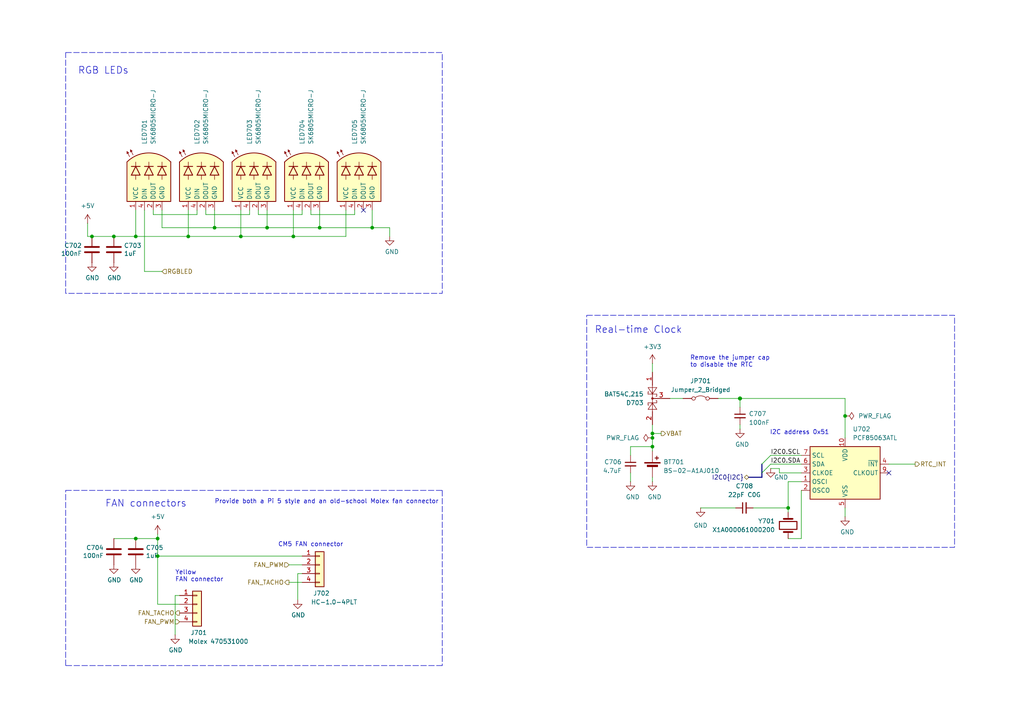
<source format=kicad_sch>
(kicad_sch (version 20231120) (generator "eeschema") (generator_version "8.0")
  (paper "A4")
  (title_block (title "HALPI2") (date "2025-01-03") (rev "v0.0.1") (company "Hat Labs Oy") (comment 1 "https://creativecommons.org/licenses/by/4.0") (comment 2 "To view a copy of this license, visit ") (comment 3 "HALPI2 is licensed under CC BY 4.0."))
  (lib_symbols
    (symbol "Connector_Generic:Conn_01x04" (pin_names (offset 1.016) hide)
      (property "Reference" "J" (at 0 5.08 0))
      (property "Value" "Conn_01x04" (at 0 -7.62 0))
      (symbol "Conn_01x04_1_1"
        (rectangle (start -1.27 -4.953) (end 0 -5.207) (stroke (width 0.1524)))
        (rectangle (start -1.27 -2.413) (end 0 -2.667) (stroke (width 0.1524)))
        (rectangle (start -1.27 0.127) (end 0 -0.127) (stroke (width 0.1524)))
        (rectangle (start -1.27 2.667) (end 0 2.413) (stroke (width 0.1524)))
        (rectangle (start -1.27 3.81) (end 1.27 -6.35) (stroke (width 0.254)) (fill (type background)))
        (pin passive line (at -5.08 2.54 0) (length 3.81) (name "Pin_1") (number "1"))
        (pin passive line (at -5.08 0 0) (length 3.81) (name "Pin_2") (number "2"))
        (pin passive line (at -5.08 -2.54 0) (length 3.81) (name "Pin_3") (number "3"))
        (pin passive line (at -5.08 -5.08 0) (length 3.81) (name "Pin_4") (number "4"))
      )
    )
    (symbol "Device:Battery_Cell" (pin_numbers hide) (pin_names (offset 0) hide)
      (property "Reference" "BT" (at 2.54 2.54 0))
      (property "Value" "Battery_Cell" (at 2.54 0 0))
      (symbol "Battery_Cell_0_1"
        (rectangle (start -2.286 1.778) (end 2.286 1.524) (fill (type outline)))
        (rectangle (start -1.524 1.016) (end 1.524 0.508) (fill (type outline)))
        (polyline (pts (xy 0 0.762) (xy 0 0)))
        (polyline (pts (xy 0 1.778) (xy 0 2.54)))
        (polyline (pts (xy 0.762 3.048) (xy 1.778 3.048)) (stroke (width 0.254)))
        (polyline (pts (xy 1.27 3.556) (xy 1.27 2.54)) (stroke (width 0.254)))
      )
      (symbol "Battery_Cell_1_1"
        (pin passive line (at 0 5.08 270) (length 2.54) (name "+") (number "1"))
        (pin passive line (at 0 -2.54 90) (length 2.54) (name "-") (number "2"))
      )
    )
    (symbol "Device:C" (pin_numbers hide) (pin_names (offset 0.254))
      (property "Reference" "C" (at 0.635 2.54 0))
      (property "Value" "C" (at 0.635 -2.54 0))
      (symbol "C_0_1"
        (polyline (pts (xy -2.032 -0.762) (xy 2.032 -0.762)) (stroke (width 0.508)))
        (polyline (pts (xy -2.032 0.762) (xy 2.032 0.762)) (stroke (width 0.508)))
      )
      (symbol "C_1_1"
        (pin passive line (at 0 3.81 270) (length 2.794) (name "~") (number "1"))
        (pin passive line (at 0 -3.81 90) (length 2.794) (name "~") (number "2"))
      )
    )
    (symbol "Device:C_Small" (pin_numbers hide) (pin_names (offset 0.254) hide)
      (property "Reference" "C" (at 0.254 1.778 0))
      (property "Value" "C_Small" (at 0.254 -2.032 0))
      (symbol "C_Small_0_1"
        (polyline (pts (xy -1.524 -0.508) (xy 1.524 -0.508)) (stroke (width 0.3302)))
        (polyline (pts (xy -1.524 0.508) (xy 1.524 0.508)) (stroke (width 0.3048)))
      )
      (symbol "C_Small_1_1"
        (pin passive line (at 0 2.54 270) (length 2.032) (name "~") (number "1"))
        (pin passive line (at 0 -2.54 90) (length 2.032) (name "~") (number "2"))
      )
    )
    (symbol "Device:Crystal" (pin_numbers hide) (pin_names (offset 1.016) hide)
      (property "Reference" "Y" (at 0 3.81 0))
      (property "Value" "Crystal" (at 0 -3.81 0))
      (symbol "Crystal_0_1"
        (rectangle (start -1.143 2.54) (end 1.143 -2.54) (stroke (width 0.3048)))
        (polyline (pts (xy -2.54 0) (xy -1.905 0)))
        (polyline (pts (xy -1.905 -1.27) (xy -1.905 1.27)) (stroke (width 0.508)))
        (polyline (pts (xy 1.905 -1.27) (xy 1.905 1.27)) (stroke (width 0.508)))
        (polyline (pts (xy 2.54 0) (xy 1.905 0)))
      )
      (symbol "Crystal_1_1"
        (pin passive line (at -3.81 0 0) (length 1.27) (name "1") (number "1"))
        (pin passive line (at 3.81 0 180) (length 1.27) (name "2") (number "2"))
      )
    )
    (symbol "Diode:BAT54C" (pin_names (offset 1.016))
      (property "Reference" "D" (at 0.635 -3.81 0))
      (property "Value" "BAT54C" (at -6.35 3.175 0))
      (symbol "BAT54C_0_1"
        (polyline (pts (xy -1.905 0) (xy 1.905 0)))
        (polyline (pts (xy -1.905 1.27) (xy -1.905 1.016)))
        (polyline (pts (xy -1.27 -1.27) (xy -0.635 -1.27)))
        (polyline (pts (xy -1.27 0) (xy -3.81 0)))
        (polyline (pts (xy -1.27 1.27) (xy -1.905 1.27)))
        (polyline (pts (xy -1.27 1.27) (xy -1.27 -1.27)))
        (polyline (pts (xy -0.635 -1.27) (xy -0.635 -1.016)))
        (polyline (pts (xy 0.635 -1.27) (xy 0.635 -1.016)))
        (polyline (pts (xy 1.27 -1.27) (xy 0.635 -1.27)))
        (polyline (pts (xy 1.27 1.27) (xy 1.27 -1.27)))
        (polyline (pts (xy 1.27 1.27) (xy 1.905 1.27)))
        (polyline (pts (xy 1.905 1.27) (xy 1.905 1.016)))
        (polyline (pts (xy 3.81 0) (xy 1.27 0)))
        (polyline (pts (xy -3.175 -1.27) (xy -3.175 1.27) (xy -1.27 0) (xy -3.175 -1.27)))
        (polyline (pts (xy 3.175 -1.27) (xy 3.175 1.27) (xy 1.27 0) (xy 3.175 -1.27)))
        (circle (center 0 0) (radius 0.254) (fill (type outline)))
      )
      (symbol "BAT54C_1_1"
        (pin passive line (at -7.62 0 0) (length 3.81) (name "~") (number "1"))
        (pin passive line (at 7.62 0 180) (length 3.81) (name "~") (number "2"))
        (pin passive line (at 0 -5.08 90) (length 5.08) (name "~") (number "3"))
      )
    )
    (symbol "Hatlabs:Worldsemi_WS2812E-4020"
      (property "Reference" "LED" (at 0 10.16 0))
      (property "Value" "Worldsemi_WS2812E-4020" (at 0 7.62 0))
      (symbol "Worldsemi_WS2812E-4020_0_1"
        (polyline (pts (xy 0 -3.81) (xy 1.27 -3.81)))
        (polyline (pts (xy 0 0) (xy 1.27 0)))
        (polyline (pts (xy 0 3.81) (xy 1.27 3.81)))
        (polyline (pts (xy 3.81 -3.81) (xy 5.08 -3.81)))
        (polyline (pts (xy 3.81 0) (xy 5.08 0)))
        (polyline (pts (xy 3.81 3.81) (xy 5.08 3.81)))
        (polyline (pts (xy 6.604 5.588) (xy 8.128 6.35)) (stroke (width 0.1524)) (fill (type outline)))
        (polyline (pts (xy 7.112 4.572) (xy 8.636 5.334)) (stroke (width 0.1524)) (fill (type color)))
        (polyline (pts (xy 1.27 -2.54) (xy 1.27 -5.08) (xy 3.81 -3.81) (xy 1.27 -2.54)) (stroke (width 0.254)) (fill (type color) (color 30 200 30 1)))
        (polyline (pts (xy 1.27 1.27) (xy 1.27 -1.27) (xy 3.81 0) (xy 1.27 1.27)) (stroke (width 0.254)) (fill (type color) (color 240 30 30 1)))
        (polyline (pts (xy 1.27 5.08) (xy 1.27 2.54) (xy 3.81 3.81) (xy 1.27 5.08)) (stroke (width 0.254)) (fill (type color) (color 70 70 200 1)))
        (polyline (pts (xy 7.493 6.35) (xy 7.747 5.842) (xy 8.128 6.35) (xy 7.493 6.35)) (stroke (width 0.1524)) (fill (type outline)))
        (polyline (pts (xy 8.001 5.334) (xy 8.255 4.826) (xy 8.636 5.334) (xy 8.001 5.334)) (fill (type outline)))
      )
      (symbol "Worldsemi_WS2812E-4020_1_1"
        (polyline (pts (xy 3.81 -5.08) (xy 3.81 -2.54)) (stroke (width 0.254)))
        (polyline (pts (xy 3.81 -1.27) (xy 3.81 1.27)) (stroke (width 0.254)))
        (polyline (pts (xy 3.81 2.54) (xy 3.81 5.08)) (stroke (width 0.254)))
        (polyline (pts (xy 5.08 -6.35) (xy -6.35 -6.35) (xy -6.35 6.35) (xy 5.08 6.35)) (stroke (width 0.254)) (fill (type background)))
        (arc (start 5.08 -6.35) (mid 7.7103 0) (end 5.08 6.35) (stroke (width 0.254)) (fill (type background)))
        (pin power_in line (at -8.89 3.81 0) (length 2.54) (name "VCC") (number "1"))
        (pin output line (at -8.89 -1.27 0) (length 2.54) (name "DOUT") (number "2"))
        (pin power_in line (at -8.89 -3.81 0) (length 2.54) (name "GND") (number "3"))
        (pin input line (at -8.89 1.27 0) (length 2.54) (name "DIN") (number "4"))
      )
    )
    (symbol "Jumper:Jumper_2_Bridged" (pin_numbers hide) (pin_names (offset 0) hide) (exclude_from_sim yes)
      (property "Reference" "JP" (at 0 1.905 0))
      (property "Value" "Jumper_2_Bridged" (at 0 -2.54 0))
      (symbol "Jumper_2_Bridged_0_0"
        (circle (center -2.032 0) (radius 0.508))
        (circle (center 2.032 0) (radius 0.508))
      )
      (symbol "Jumper_2_Bridged_0_1"
        (arc (start 1.524 0.254) (mid 0 0.762) (end -1.524 0.254))
      )
      (symbol "Jumper_2_Bridged_1_1"
        (pin passive line (at -5.08 0 0) (length 2.54) (name "A") (number "1"))
        (pin passive line (at 5.08 0 180) (length 2.54) (name "B") (number "2"))
      )
    )
    (symbol "Timer_RTC:PCF85063ATL"
      (property "Reference" "U" (at -10.16 8.89 0))
      (property "Value" "PCF85063ATL" (at 6.35 -8.89 0))
      (symbol "PCF85063ATL_0_1"
        (rectangle (start -10.16 7.62) (end 10.16 -7.62) (stroke (width 0.254)) (fill (type background)))
      )
      (symbol "PCF85063ATL_1_1"
        (pin input line (at -12.7 -2.54 0) (length 2.54) (name "OSCI") (number "1"))
        (pin power_in line (at 0 10.16 270) (length 2.54) (name "VDD") (number "10"))
        (pin output line (at -12.7 -5.08 0) (length 2.54) (name "OSCO") (number "2"))
        (pin input line (at -12.7 0 0) (length 2.54) (name "CLKOE") (number "3"))
        (pin output line (at 12.7 2.54 180) (length 2.54) (name "~{INT}") (number "4"))
        (pin power_in line (at 0 -10.16 90) (length 2.54) (name "VSS") (number "5"))
        (pin bidirectional line (at -12.7 2.54 0) (length 2.54) (name "SDA") (number "6"))
        (pin input line (at -12.7 5.08 0) (length 2.54) (name "SCL") (number "7"))
        (pin no_connect line (at 10.16 5.08 180) (length 2.54) hide (name "NC") (number "8"))
        (pin output line (at 12.7 0 180) (length 2.54) (name "CLKOUT") (number "9"))
      )
    )
    (symbol "power:+3V3" (power) (pin_numbers hide) (pin_names (offset 0) hide)
      (property "Value" "+3V3" (at 0 3.556 0))
      (symbol "+3V3_0_1"
        (polyline (pts (xy -0.762 1.27) (xy 0 2.54)))
        (polyline (pts (xy 0 0) (xy 0 2.54)))
        (polyline (pts (xy 0 2.54) (xy 0.762 1.27)))
      )
      (symbol "+3V3_1_1"
        (pin power_in line (at 0 0 90) (length 0) (name "~") (number "1"))
      )
    )
    (symbol "power:+5V" (power) (pin_numbers hide) (pin_names (offset 0) hide)
      (property "Value" "+5V" (at 0 3.556 0))
      (symbol "+5V_0_1"
        (polyline (pts (xy -0.762 1.27) (xy 0 2.54)))
        (polyline (pts (xy 0 0) (xy 0 2.54)))
        (polyline (pts (xy 0 2.54) (xy 0.762 1.27)))
      )
      (symbol "+5V_1_1"
        (pin power_in line (at 0 0 90) (length 0) (name "~") (number "1"))
      )
    )
    (symbol "power:GND" (power) (pin_numbers hide) (pin_names (offset 0) hide)
      (property "Value" "GND" (at 0 -3.81 0))
      (symbol "GND_0_1"
        (polyline (pts (xy 0 0) (xy 0 -1.27) (xy 1.27 -1.27) (xy 0 -2.54) (xy -1.27 -1.27) (xy 0 -1.27)))
      )
      (symbol "GND_1_1"
        (pin power_in line (at 0 0 270) (length 0) (name "~") (number "1"))
      )
    )
    (symbol "power:PWR_FLAG" (power) (pin_numbers hide) (pin_names (offset 0) hide)
      (property "Value" "PWR_FLAG" (at 0 3.81 0))
      (symbol "PWR_FLAG_0_0"
        (pin power_out line (at 0 0 90) (length 0) (name "~") (number "1"))
      )
      (symbol "PWR_FLAG_0_1"
        (polyline (pts (xy 0 0) (xy 0 1.27) (xy -1.016 1.905) (xy 0 2.54) (xy 1.016 1.905) (xy 0 1.27)))
      )
    )
  )
  (junction (at 33.02 68.58))
  (junction (at 245.11 120.65))
  (junction (at 214.63 115.57) (diameter 1.016))
  (junction (at 39.37 156.21))
  (junction (at 228.6 147.32))
  (junction (at 107.95 66.04))
  (junction (at 26.67 68.58))
  (junction (at 54.61 68.58))
  (junction (at 189.23 129.54))
  (junction (at 45.72 161.29))
  (junction (at 77.47 66.04))
  (junction (at 85.09 68.58))
  (junction (at 45.72 156.21))
  (junction (at 62.23 66.04))
  (junction (at 189.23 125.73))
  (junction (at 92.71 66.04))
  (junction (at 189.23 127))
  (junction (at 39.37 68.58))
  (junction (at 69.85 68.58))
  (no_connect (at 105.41 60.96))
  (no_connect (at 257.81 137.16))
  (bus_entry (at 220.98 137.16) (size 2.54 -2.54))
  (bus_entry (at 220.98 134.62) (size 2.54 -2.54))
  (wire (pts (xy 45.72 156.21) (xy 45.72 161.29)))
  (polyline (pts (xy 19.05 142.24) (xy 128.27 142.24)) (stroke (width 0) (type dash)))
  (wire (pts (xy 77.47 66.04) (xy 92.71 66.04)))
  (wire (pts (xy 232.41 156.21) (xy 228.6 156.21)))
  (wire (pts (xy 214.63 115.57) (xy 214.63 118.11)))
  (wire (pts (xy 77.47 60.96) (xy 77.47 66.04)))
  (wire (pts (xy 41.91 78.74) (xy 41.91 60.96)))
  (polyline (pts (xy 19.05 193.04) (xy 19.05 142.24)) (stroke (width 0) (type dash)))
  (wire (pts (xy 62.23 66.04) (xy 77.47 66.04)))
  (wire (pts (xy 83.82 168.91) (xy 87.63 168.91)))
  (wire (pts (xy 52.07 175.26) (xy 45.72 175.26)))
  (wire (pts (xy 45.72 161.29) (xy 45.72 175.26)))
  (wire (pts (xy 69.85 60.96) (xy 69.85 68.58)))
  (wire (pts (xy 223.52 135.89) (xy 226.06 135.89)))
  (wire (pts (xy 223.52 134.62) (xy 232.41 134.62)))
  (wire (pts (xy 214.63 123.19) (xy 214.63 124.46)))
  (wire (pts (xy 245.11 120.65) (xy 245.11 127)))
  (wire (pts (xy 194.31 115.57) (xy 198.12 115.57)))
  (wire (pts (xy 189.23 125.73) (xy 189.23 127)))
  (polyline (pts (xy 128.27 142.24) (xy 128.27 193.04)) (stroke (width 0) (type dash)))
  (wire (pts (xy 92.71 60.96) (xy 92.71 66.04)))
  (wire (pts (xy 189.23 105.41) (xy 189.23 107.95)))
  (wire (pts (xy 54.61 60.96) (xy 54.61 68.58)))
  (wire (pts (xy 57.15 62.23) (xy 57.15 60.96)))
  (wire (pts (xy 189.23 138.43) (xy 189.23 139.7)))
  (wire (pts (xy 90.17 60.96) (xy 90.17 62.23)))
  (wire (pts (xy 203.2 147.32) (xy 213.36 147.32)))
  (wire (pts (xy 87.63 62.23) (xy 87.63 60.96)))
  (wire (pts (xy 214.63 115.57) (xy 245.11 115.57)))
  (wire (pts (xy 189.23 123.19) (xy 189.23 125.73)))
  (wire (pts (xy 189.23 129.54) (xy 189.23 130.81)))
  (wire (pts (xy 33.02 156.21) (xy 39.37 156.21)))
  (wire (pts (xy 44.45 62.23) (xy 57.15 62.23)))
  (wire (pts (xy 228.6 147.32) (xy 228.6 148.59)))
  (wire (pts (xy 90.17 62.23) (xy 102.87 62.23)))
  (polyline (pts (xy 128.27 193.04) (xy 19.05 193.04)) (stroke (width 0) (type dash)))
  (wire (pts (xy 69.85 68.58) (xy 54.61 68.58)))
  (wire (pts (xy 33.02 68.58) (xy 39.37 68.58)))
  (wire (pts (xy 46.99 66.04) (xy 62.23 66.04)))
  (bus (pts (xy 220.98 138.43) (xy 217.17 138.43)))
  (wire (pts (xy 218.44 147.32) (xy 228.6 147.32)))
  (bus (pts (xy 220.98 134.62) (xy 220.98 137.16)))
  (wire (pts (xy 189.23 127) (xy 189.23 129.54)))
  (wire (pts (xy 39.37 156.21) (xy 45.72 156.21)))
  (wire (pts (xy 228.6 139.7) (xy 232.41 139.7)))
  (wire (pts (xy 223.52 132.08) (xy 232.41 132.08)))
  (wire (pts (xy 44.45 60.96) (xy 44.45 62.23)))
  (wire (pts (xy 25.4 64.77) (xy 25.4 68.58)))
  (wire (pts (xy 50.8 172.72) (xy 50.8 184.15)))
  (wire (pts (xy 100.33 60.96) (xy 100.33 68.58)))
  (wire (pts (xy 102.87 62.23) (xy 102.87 60.96)))
  (wire (pts (xy 72.39 62.23) (xy 72.39 60.96)))
  (wire (pts (xy 226.06 137.16) (xy 232.41 137.16)))
  (wire (pts (xy 265.43 134.62) (xy 257.81 134.62)))
  (wire (pts (xy 208.28 115.57) (xy 214.63 115.57)))
  (wire (pts (xy 182.88 137.16) (xy 182.88 139.7)))
  (wire (pts (xy 45.72 154.94) (xy 45.72 156.21)))
  (wire (pts (xy 59.69 62.23) (xy 72.39 62.23)))
  (wire (pts (xy 182.88 129.54) (xy 189.23 129.54)))
  (wire (pts (xy 25.4 68.58) (xy 26.67 68.58)))
  (wire (pts (xy 113.03 66.04) (xy 113.03 68.58)))
  (wire (pts (xy 87.63 166.37) (xy 86.36 166.37)))
  (wire (pts (xy 85.09 60.96) (xy 85.09 68.58)))
  (wire (pts (xy 85.09 68.58) (xy 69.85 68.58)))
  (wire (pts (xy 45.72 161.29) (xy 87.63 161.29)))
  (wire (pts (xy 100.33 68.58) (xy 85.09 68.58)))
  (wire (pts (xy 83.82 163.83) (xy 87.63 163.83)))
  (wire (pts (xy 54.61 68.58) (xy 39.37 68.58)))
  (wire (pts (xy 107.95 60.96) (xy 107.95 66.04)))
  (wire (pts (xy 74.93 60.96) (xy 74.93 62.23)))
  (wire (pts (xy 245.11 147.32) (xy 245.11 149.86)))
  (wire (pts (xy 232.41 142.24) (xy 232.41 156.21)))
  (bus (pts (xy 220.98 137.16) (xy 220.98 138.43)))
  (wire (pts (xy 182.88 132.08) (xy 182.88 129.54)))
  (wire (pts (xy 107.95 66.04) (xy 113.03 66.04)))
  (wire (pts (xy 62.23 60.96) (xy 62.23 66.04)))
  (wire (pts (xy 41.91 78.74) (xy 46.99 78.74)))
  (wire (pts (xy 86.36 166.37) (xy 86.36 173.99)))
  (wire (pts (xy 92.71 66.04) (xy 107.95 66.04)))
  (wire (pts (xy 39.37 60.96) (xy 39.37 68.58)))
  (wire (pts (xy 226.06 135.89) (xy 226.06 137.16)))
  (wire (pts (xy 59.69 60.96) (xy 59.69 62.23)))
  (wire (pts (xy 52.07 172.72) (xy 50.8 172.72)))
  (wire (pts (xy 245.11 115.57) (xy 245.11 120.65)))
  (wire (pts (xy 74.93 62.23) (xy 87.63 62.23)))
  (wire (pts (xy 26.67 68.58) (xy 33.02 68.58)))
  (wire (pts (xy 228.6 139.7) (xy 228.6 147.32)))
  (wire (pts (xy 46.99 60.96) (xy 46.99 66.04)))
  (wire (pts (xy 191.77 125.73) (xy 189.23 125.73)))
  (rectangle (start 170.18 91.44) (end 276.86 158.75) (stroke (width 0) (type dash)))
  (rectangle (start 19.05 15.24) (end 128.27 85.09) (stroke (width 0) (type dash)))
  (text "Provide both a Pi 5 style and an old-school Molex fan connector" (at 94.742 145.542 0) (effects (font (size 1.27 1.27))))
  (text "RGB LEDs" (at 29.972 20.574 0) (effects (font (size 2 2))))
  (text "Yellow\nFAN connector\n" (at 50.8 168.91 0) (effects (font (size 1.27 1.27)) (justify left bottom)))
  (text "Real-time Clock" (at 185.166 95.758 0) (effects (font (size 2 2))))
  (text "FAN connectors" (at 30.48 147.32 0) (effects (font (size 2.0066 2.0066)) (justify left bottom)))
  (text "CM5 FAN connector\n" (at 80.645 158.75 0) (effects (font (size 1.27 1.27)) (justify left bottom)))
  (text "I2C address 0x51" (at 240.538 126.238 0) (effects (font (size 1.27 1.27)) (justify right bottom)))
  (text "Remove the jumper cap\nto disable the RTC" (at 200.152 106.68 0) (effects (font (size 1.27 1.27)) (justify left bottom)))
  (label "I2C0.SDA" (at 223.52 134.62 0))
  (label "I2C0.SCL" (at 223.52 132.08 0))
  (hierarchical_label "RTC_INT" (shape output) (at 265.43 134.62 0))
  (hierarchical_label "RGBLED" (shape input) (at 46.99 78.74 0))
  (hierarchical_label "FAN_PWM" (shape input) (at 52.07 180.34 180))
  (hierarchical_label "VBAT" (shape output) (at 191.77 125.73 0))
  (hierarchical_label "FAN_TACHO" (shape output) (at 83.82 168.91 180))
  (hierarchical_label "FAN_TACHO" (shape output) (at 52.07 177.8 180))
  (hierarchical_label "FAN_PWM" (shape input) (at 83.82 163.83 180))
  (hierarchical_label "I2C0{I2C}" (shape bidirectional) (at 217.17 138.43 180))
  (symbol (lib_id "Device:C") (at 39.37 160.02 0) (unit 1)
    (property "Reference" "C705" (at 42.291 158.8516 0) (effects (justify left)))
    (property "Value" "1uF" (at 42.291 161.163 0) (effects (justify left)))
    (property "Footprint" "Capacitor_SMD:C_0402_1005Metric" (effects (hide yes)))
    (property "Field4" "Farnell" (effects (hide yes)))
    (property "Field5" "2611911" (effects (hide yes)))
    (property "Field6" "RM EMK105 B7104KV-F" (effects (hide yes)))
    (property "Field7" "TAIYO YUDEN EUROPE GMBH" (effects (hide yes)))
    (property "Part Description" "	0.1uF 10% 16V Ceramic Capacitor X7R 0402 (1005 Metric)" (effects (hide yes)))
    (property "Field8" "110091611" (effects (hide yes)))
    (property "LCSC" "C52923" (effects (hide yes)))
  )
  (symbol (lib_id "power:PWR_FLAG") (at 245.11 120.65 270) (unit 1)
    (property "Reference" "#FLG0702" (effects (hide yes)))
    (property "Value" "PWR_FLAG" (at 248.92 120.6501 90) (effects (justify left)))
    (property "Description" "Special symbol for telling ERC where power comes from" (effects (hide yes)))
  )
  (symbol (lib_id "Hatlabs:Worldsemi_WS2812E-4020") (at 58.42 52.07 90) (unit 1)
    (property "Reference" "LED702" (at 57.1499 41.91 0) (effects (justify left)))
    (property "Value" "SK6805MICRO-J" (at 59.6899 41.91 0) (effects (justify left)))
    (property "Footprint" "LED_SMD:LED_SK6805_PLCC4_2.4x2.7mm_P1.3mm" (effects (hide yes)))
    (property "Datasheet" "https://www.lcsc.com/datasheet/lcsc_datasheet_2110250930_OPSCO-Optoelectronics-SK6805MICRO-J_C2909056.pdf" (effects (hide yes)))
    (property "Description" "Digital RGB LED, PLCC-4 4.0x2.0mm Horizontal, Alternate KiCad Library" (effects (hide yes)))
    (property "LCSC" "C2909056" (effects (hide yes)))
  )
  (symbol (lib_id "power:+5V") (at 45.72 154.94 0) (unit 1)
    (property "Reference" "#PWR0708" (effects (hide yes)))
    (property "Value" "+5V" (at 45.72 149.86 0))
    (property "Description" "Power symbol creates a global label with name \"+5V\"" (effects (hide yes)))
  )
  (symbol (lib_id "power:GND") (at 50.8 184.15 0) (unit 1)
    (property "Reference" "#PWR0709" (effects (hide yes)))
    (property "Value" "GND" (at 50.927 188.5442 0))
    (property "Description" "Power symbol creates a global label with name \"GND\" , ground" (effects (hide yes)))
  )
  (symbol (lib_id "power:+3V3") (at 189.23 105.41 0) (unit 1)
    (property "Reference" "#PWR0717" (effects (hide yes)))
    (property "Value" "+3V3" (at 189.23 100.584 0))
    (property "Description" "Power symbol creates a global label with name \"+3V3\"" (effects (hide yes)))
  )
  (symbol (lib_id "Device:C") (at 33.02 160.02 0) (mirror y) (unit 1)
    (property "Reference" "C704" (at 30.099 158.8516 0) (effects (justify left)))
    (property "Value" "100nF" (at 30.099 161.163 0) (effects (justify left)))
    (property "Footprint" "Capacitor_SMD:C_0402_1005Metric" (effects (hide yes)))
    (property "Datasheet" "https://search.murata.co.jp/Ceramy/image/img/A01X/G101/ENG/GRM155R71C104KA88-01.pdf" (effects (hide yes)))
    (property "Field4" "Farnell" (effects (hide yes)))
    (property "Field5" "2611911" (effects (hide yes)))
    (property "Field6" "RM EMK105 B7104KV-F" (effects (hide yes)))
    (property "Field7" "TAIYO YUDEN EUROPE GMBH" (effects (hide yes)))
    (property "Part Description" "	0.1uF 10% 16V Ceramic Capacitor X7R 0402 (1005 Metric)" (effects (hide yes)))
    (property "Field8" "110091611" (effects (hide yes)))
    (property "LCSC" "C1525" (effects (hide yes)))
  )
  (symbol (lib_id "Hatlabs:Worldsemi_WS2812E-4020") (at 73.66 52.07 90) (unit 1)
    (property "Reference" "LED703" (at 72.3899 41.91 0) (effects (justify left)))
    (property "Value" "SK6805MICRO-J" (at 74.9299 41.91 0) (effects (justify left)))
    (property "Footprint" "LED_SMD:LED_SK6805_PLCC4_2.4x2.7mm_P1.3mm" (effects (hide yes)))
    (property "Datasheet" "https://www.lcsc.com/datasheet/lcsc_datasheet_2110250930_OPSCO-Optoelectronics-SK6805MICRO-J_C2909056.pdf" (effects (hide yes)))
    (property "Description" "Digital RGB LED, PLCC-4 4.0x2.0mm Horizontal, Alternate KiCad Library" (effects (hide yes)))
    (property "LCSC" "C2909056" (effects (hide yes)))
  )
  (symbol (lib_id "Device:C_Small") (at 182.88 134.62 0) (mirror y) (unit 1)
    (property "Reference" "C706" (at 180.34 133.985 0) (effects (justify left)))
    (property "Value" "4.7uF" (at 180.34 136.525 0) (effects (justify left)))
    (property "Footprint" "Capacitor_SMD:C_0402_1005Metric" (effects (hide yes)))
    (property "LCSC" "C23733" (effects (hide yes)))
  )
  (symbol (lib_id "Diode:BAT54C") (at 189.23 115.57 90) (mirror x) (unit 1)
    (property "Reference" "D703" (at 186.69 116.84 90) (effects (justify left)))
    (property "Value" "BAT54C,215" (at 186.69 114.3 90) (effects (justify left)))
    (property "Footprint" "Package_TO_SOT_SMD:SOT-23" (effects (hide yes)))
    (property "Datasheet" "http://www.diodes.com/_files/datasheets/ds11005.pdf" (effects (hide yes)))
    (property "Manufacturer" "Diodes Incorporated" (effects (hide yes)))
    (property "PartNumber" "BAT54C-7-F" (effects (hide yes)))
    (property "LCSC" "C37704" (effects (hide yes)))
  )
  (symbol (lib_id "power:PWR_FLAG") (at 189.23 127 90) (unit 1)
    (property "Reference" "#FLG0701" (effects (hide yes)))
    (property "Value" "PWR_FLAG" (at 185.42 126.9999 90) (effects (justify left)))
    (property "Description" "Special symbol for telling ERC where power comes from" (effects (hide yes)))
  )
  (symbol (lib_id "Device:C_Small") (at 214.63 120.65 0) (unit 1)
    (property "Reference" "C707" (at 217.17 120.015 0) (effects (justify left)))
    (property "Value" "100nF" (at 217.17 122.555 0) (effects (justify left)))
    (property "Footprint" "Capacitor_SMD:C_0402_1005Metric" (effects (hide yes)))
    (property "LCSC" "C1525" (effects (hide yes)))
  )
  (symbol (lib_id "Connector_Generic:Conn_01x04") (at 57.15 175.26 0) (unit 1)
    (property "Reference" "J701" (at 55.245 183.515 0) (effects (justify left)))
    (property "Value" "Molex 470531000" (at 54.61 186.055 0) (effects (justify left)))
    (property "Footprint" "Connector:FanPinHeader_1x04_P2.54mm_Vertical" (effects (hide yes)))
    (property "Description" "Generic connector, single row, 01x04, script generated (kicad-library-utils/schlib/autogen/connector/)" (effects (hide yes)))
    (property "LCSC" "C2982033" (effects (hide yes)))
  )
  (symbol (lib_id "Device:C") (at 26.67 72.39 0) (mirror y) (unit 1)
    (property "Reference" "C702" (at 23.749 71.2216 0) (effects (justify left)))
    (property "Value" "100nF" (at 23.749 73.533 0) (effects (justify left)))
    (property "Footprint" "Capacitor_SMD:C_0402_1005Metric" (effects (hide yes)))
    (property "Datasheet" "https://search.murata.co.jp/Ceramy/image/img/A01X/G101/ENG/GRM155R71C104KA88-01.pdf" (effects (hide yes)))
    (property "Field4" "Farnell" (effects (hide yes)))
    (property "Field5" "2611911" (effects (hide yes)))
    (property "Field6" "RM EMK105 B7104KV-F" (effects (hide yes)))
    (property "Field7" "TAIYO YUDEN EUROPE GMBH" (effects (hide yes)))
    (property "Part Description" "	0.1uF 10% 16V Ceramic Capacitor X7R 0402 (1005 Metric)" (effects (hide yes)))
    (property "Field8" "110091611" (effects (hide yes)))
    (property "LCSC" "C1525" (effects (hide yes)))
  )
  (symbol (lib_id "Connector_Generic:Conn_01x04") (at 92.71 163.83 0) (unit 1)
    (property "Reference" "J702" (at 90.805 172.085 0) (effects (justify left)))
    (property "Value" "HC-1.0-4PLT" (at 90.17 174.625 0) (effects (justify left)))
    (property "Footprint" "Hatlabs:JST_SH_HCTL_HC-1.0-4PLT_1x04-1MP_P1.00mm_Vertical" (effects (hide yes)))
    (property "Description" "Generic connector, single row, 01x04, script generated (kicad-library-utils/schlib/autogen/connector/)" (effects (hide yes)))
    (property "Part Description" "4 pin vertical 1mm pitch connector" (effects (hide yes)))
    (property "LCSC" "C2845372" (effects (hide yes)))
  )
  (symbol (lib_id "Device:Crystal") (at 228.6 152.4 90) (unit 1)
    (property "Reference" "Y701" (at 224.79 151.1299 90) (effects (justify left)))
    (property "Value" "X1A000061000200" (at 224.79 153.6699 90) (effects (justify left)))
    (property "Footprint" "Crystal:Crystal_SMD_2012-2Pin_2.0x1.2mm" (effects (hide yes)))
    (property "LCSC" "C55208" (effects (hide yes)))
  )
  (symbol (lib_id "power:GND") (at 33.02 76.2 0) (unit 1)
    (property "Reference" "#PWR0705" (effects (hide yes)))
    (property "Value" "GND" (at 33.147 80.5942 0))
    (property "Description" "Power symbol creates a global label with name \"GND\" , ground" (effects (hide yes)))
  )
  (symbol (lib_id "power:+5V") (at 25.4 64.77 0) (unit 1)
    (property "Reference" "#PWR0701" (effects (hide yes)))
    (property "Value" "+5V" (at 25.4 59.69 0))
    (property "Description" "Power symbol creates a global label with name \"+5V\"" (effects (hide yes)))
  )
  (symbol (lib_id "power:GND") (at 86.36 173.99 0) (unit 1)
    (property "Reference" "#PWR0713" (effects (hide yes)))
    (property "Value" "GND" (at 86.487 178.3842 0))
    (property "Description" "Power symbol creates a global label with name \"GND\" , ground" (effects (hide yes)))
  )
  (symbol (lib_id "power:GND") (at 113.03 68.58 0) (unit 1)
    (property "Reference" "#PWR0715" (effects (hide yes)))
    (property "Value" "GND" (at 113.665 73.025 0))
    (property "Description" "Power symbol creates a global label with name \"GND\" , ground" (effects (hide yes)))
  )
  (symbol (lib_id "Jumper:Jumper_2_Bridged") (at 203.2 115.57 0) (unit 1)
    (property "Reference" "JP701" (at 203.2 110.49 0))
    (property "Value" "Jumper_2_Bridged" (at 203.2 113.03 0))
    (property "Footprint" "Connector_PinHeader_2.54mm:PinHeader_1x02_P2.54mm_Vertical" (effects (hide yes)))
    (property "Description" "Jumper, 2-pole, closed/bridged" (effects (hide yes)))
    (property "LCSC" "C492401" (effects (hide yes)))
  )
  (symbol (lib_id "Device:Battery_Cell") (at 189.23 135.89 0) (unit 1)
    (property "Reference" "BT701" (at 192.405 133.985 0) (effects (justify left)))
    (property "Value" "BS-02-A1AJ010" (at 192.405 136.525 0) (effects (justify left)))
    (property "Footprint" "Battery:BatteryHolder_MYOUNG_BS-07-A1BJ001_CR2032" (effects (hide yes)))
    (property "Description" "Single-cell battery" (effects (hide yes)))
    (property "LCSC" "C5239862" (effects (hide yes)))
  )
  (symbol (lib_id "Device:C_Small") (at 215.9 147.32 90) (unit 1)
    (property "Reference" "C708" (at 215.9063 140.97 90))
    (property "Value" "22pF C0G" (at 215.9063 143.51 90))
    (property "Footprint" "Capacitor_SMD:C_0603_1608Metric" (effects (hide yes)))
    (property "LCSC" "C1653" (effects (hide yes)))
  )
  (symbol (lib_id "power:GND") (at 203.2 147.32 0) (unit 1)
    (property "Reference" "#PWR0719" (effects (hide yes)))
    (property "Value" "GND" (at 203.2 152.4 0))
    (property "Description" "Power symbol creates a global label with name \"GND\" , ground" (effects (hide yes)))
  )
  (symbol (lib_id "Device:C") (at 33.02 72.39 0) (unit 1)
    (property "Reference" "C703" (at 35.941 71.2216 0) (effects (justify left)))
    (property "Value" "1uF" (at 35.941 73.533 0) (effects (justify left)))
    (property "Footprint" "Capacitor_SMD:C_0402_1005Metric" (effects (hide yes)))
    (property "Field4" "Farnell" (effects (hide yes)))
    (property "Field5" "2611911" (effects (hide yes)))
    (property "Field6" "RM EMK105 B7104KV-F" (effects (hide yes)))
    (property "Field7" "TAIYO YUDEN EUROPE GMBH" (effects (hide yes)))
    (property "Part Description" "	0.1uF 10% 16V Ceramic Capacitor X7R 0402 (1005 Metric)" (effects (hide yes)))
    (property "Field8" "110091611" (effects (hide yes)))
    (property "LCSC" "C52923" (effects (hide yes)))
  )
  (symbol (lib_id "power:GND") (at 26.67 76.2 0) (unit 1)
    (property "Reference" "#PWR0704" (effects (hide yes)))
    (property "Value" "GND" (at 26.797 80.5942 0))
    (property "Description" "Power symbol creates a global label with name \"GND\" , ground" (effects (hide yes)))
  )
  (symbol (lib_id "power:GND") (at 33.02 163.83 0) (unit 1)
    (property "Reference" "#PWR0706" (effects (hide yes)))
    (property "Value" "GND" (at 33.147 168.2242 0))
    (property "Description" "Power symbol creates a global label with name \"GND\" , ground" (effects (hide yes)))
  )
  (symbol (lib_id "Hatlabs:Worldsemi_WS2812E-4020") (at 43.18 52.07 90) (unit 1)
    (property "Reference" "LED701" (at 41.9099 41.91 0) (effects (justify left)))
    (property "Value" "SK6805MICRO-J" (at 44.4499 41.91 0) (effects (justify left)))
    (property "Footprint" "LED_SMD:LED_SK6805_PLCC4_2.4x2.7mm_P1.3mm" (effects (hide yes)))
    (property "Datasheet" "https://www.lcsc.com/datasheet/lcsc_datasheet_2110250930_OPSCO-Optoelectronics-SK6805MICRO-J_C2909056.pdf" (effects (hide yes)))
    (property "Description" "Digital RGB LED, PLCC-4 4.0x2.0mm Horizontal, Alternate KiCad Library" (effects (hide yes)))
    (property "LCSC" "C2909056" (effects (hide yes)))
  )
  (symbol (lib_id "Hatlabs:Worldsemi_WS2812E-4020") (at 88.9 52.07 90) (unit 1)
    (property "Reference" "LED704" (at 87.6299 41.91 0) (effects (justify left)))
    (property "Value" "SK6805MICRO-J" (at 90.1699 41.91 0) (effects (justify left)))
    (property "Footprint" "LED_SMD:LED_SK6805_PLCC4_2.4x2.7mm_P1.3mm" (effects (hide yes)))
    (property "Datasheet" "https://www.lcsc.com/datasheet/lcsc_datasheet_2110250930_OPSCO-Optoelectronics-SK6805MICRO-J_C2909056.pdf" (effects (hide yes)))
    (property "Description" "Digital RGB LED, PLCC-4 4.0x2.0mm Horizontal, Alternate KiCad Library" (effects (hide yes)))
    (property "LCSC" "C2909056" (effects (hide yes)))
  )
  (symbol (lib_id "Hatlabs:Worldsemi_WS2812E-4020") (at 104.14 52.07 90) (unit 1)
    (property "Reference" "LED705" (at 102.8699 41.91 0) (effects (justify left)))
    (property "Value" "SK6805MICRO-J" (at 105.4099 41.91 0) (effects (justify left)))
    (property "Footprint" "LED_SMD:LED_SK6805_PLCC4_2.4x2.7mm_P1.3mm" (effects (hide yes)))
    (property "Datasheet" "https://www.lcsc.com/datasheet/lcsc_datasheet_2110250930_OPSCO-Optoelectronics-SK6805MICRO-J_C2909056.pdf" (effects (hide yes)))
    (property "Description" "Digital RGB LED, PLCC-4 4.0x2.0mm Horizontal, Alternate KiCad Library" (effects (hide yes)))
    (property "LCSC" "C2909056" (effects (hide yes)))
  )
  (symbol (lib_id "power:GND") (at 214.63 124.46 0) (unit 1)
    (property "Reference" "#PWR0720" (effects (hide yes)))
    (property "Value" "GND" (at 215.265 128.905 0))
    (property "Description" "Power symbol creates a global label with name \"GND\" , ground" (effects (hide yes)))
  )
  (symbol (lib_id "power:GND") (at 223.52 135.89 0) (unit 1)
    (property "Reference" "#PWR0721" (effects (hide yes)))
    (property "Value" "GND" (at 226.568 138.43 0))
    (property "Description" "Power symbol creates a global label with name \"GND\" , ground" (effects (hide yes)))
  )
  (symbol (lib_id "power:GND") (at 182.88 139.7 0) (unit 1)
    (property "Reference" "#PWR0716" (effects (hide yes)))
    (property "Value" "GND" (at 183.515 144.145 0))
    (property "Description" "Power symbol creates a global label with name \"GND\" , ground" (effects (hide yes)))
  )
  (symbol (lib_id "power:GND") (at 245.11 149.86 0) (unit 1)
    (property "Reference" "#PWR0722" (effects (hide yes)))
    (property "Value" "GND" (at 245.745 154.305 0))
    (property "Description" "Power symbol creates a global label with name \"GND\" , ground" (effects (hide yes)))
  )
  (symbol (lib_id "power:GND") (at 39.37 163.83 0) (unit 1)
    (property "Reference" "#PWR0707" (effects (hide yes)))
    (property "Value" "GND" (at 39.497 168.2242 0))
    (property "Description" "Power symbol creates a global label with name \"GND\" , ground" (effects (hide yes)))
  )
  (symbol (lib_id "power:GND") (at 189.23 139.7 0) (unit 1)
    (property "Reference" "#PWR0718" (effects (hide yes)))
    (property "Value" "GND" (at 189.865 144.145 0))
    (property "Description" "Power symbol creates a global label with name \"GND\" , ground" (effects (hide yes)))
  )
  (symbol (lib_id "Timer_RTC:PCF85063ATL") (at 245.11 137.16 0) (unit 1)
    (property "Reference" "U702" (at 247.3041 124.46 0) (effects (justify left)))
    (property "Value" "PCF85063ATL" (at 247.3041 127 0) (effects (justify left)))
    (property "Footprint" "Package_DFN_QFN:DFN-10-1EP_2.6x2.6mm_P0.5mm_EP1.3x2.2mm" (effects (hide yes)))
    (property "Datasheet" "https://www.nxp.com/docs/en/data-sheet/PCF85063A.pdf" (effects (hide yes)))
    (property "Description" "I2C Real-Time Clock Calendar w/ Alarm, DFN-10" (effects (hide yes)))
    (property "LCSC" "C404360" (effects (hide yes)))
  )
)
</source>
